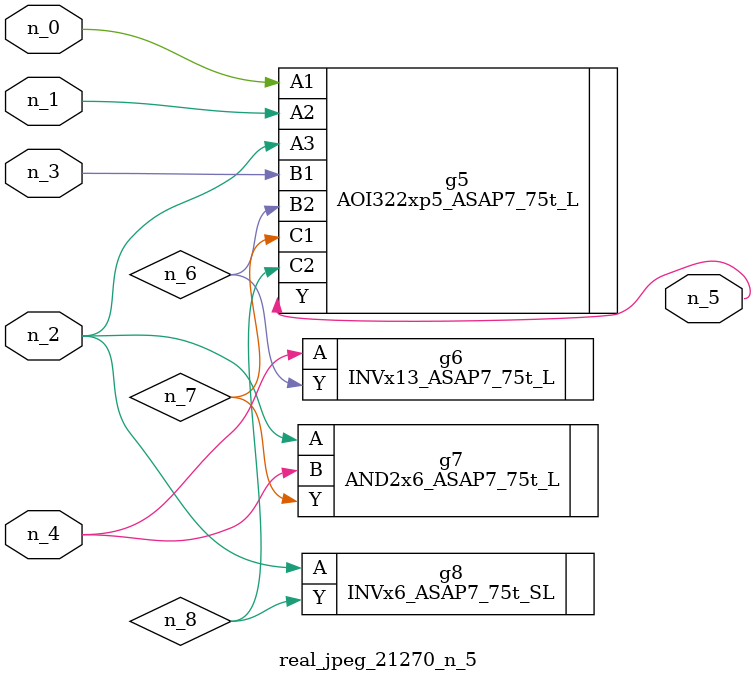
<source format=v>
module real_jpeg_21270_n_5 (n_4, n_0, n_1, n_2, n_3, n_5);

input n_4;
input n_0;
input n_1;
input n_2;
input n_3;

output n_5;

wire n_8;
wire n_6;
wire n_7;

AOI322xp5_ASAP7_75t_L g5 ( 
.A1(n_0),
.A2(n_1),
.A3(n_2),
.B1(n_3),
.B2(n_6),
.C1(n_7),
.C2(n_8),
.Y(n_5)
);

AND2x6_ASAP7_75t_L g7 ( 
.A(n_2),
.B(n_4),
.Y(n_7)
);

INVx6_ASAP7_75t_SL g8 ( 
.A(n_2),
.Y(n_8)
);

INVx13_ASAP7_75t_L g6 ( 
.A(n_4),
.Y(n_6)
);


endmodule
</source>
